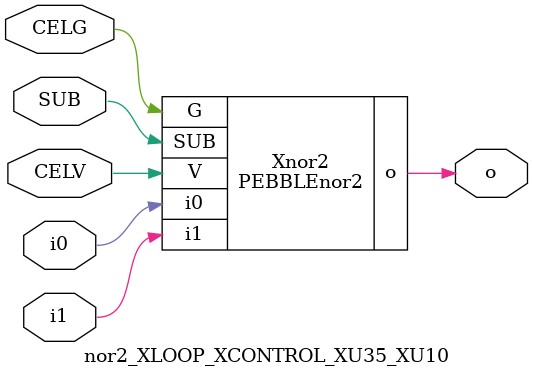
<source format=v>



module PEBBLEnor2 ( o, G, SUB, V, i0, i1 );

  input i0;
  input V;
  input i1;
  input G;
  output o;
  input SUB;
endmodule

//Celera Confidential Do Not Copy nor2_XLOOP_XCONTROL_XU35_XU10
//Celera Confidential Symbol Generator
//nor2
module nor2_XLOOP_XCONTROL_XU35_XU10 (CELV,CELG,i0,i1,o,SUB);
input CELV;
input CELG;
input i0;
input i1;
input SUB;
output o;

//Celera Confidential Do Not Copy nor2
PEBBLEnor2 Xnor2(
.V (CELV),
.i0 (i0),
.i1 (i1),
.o (o),
.SUB (SUB),
.G (CELG)
);
//,diesize,PEBBLEnor2

//Celera Confidential Do Not Copy Module End
//Celera Schematic Generator
endmodule

</source>
